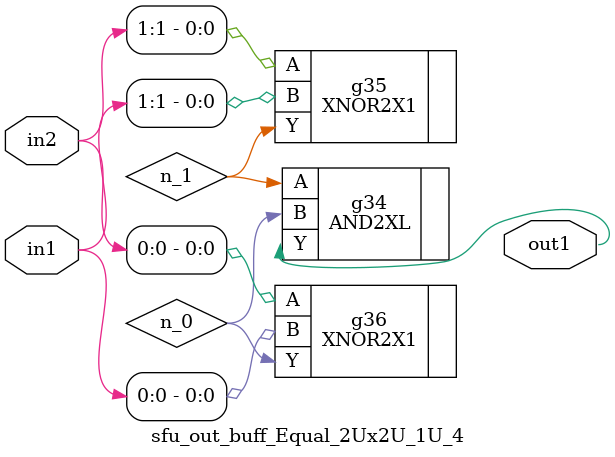
<source format=v>
`timescale 1ps / 1ps


module sfu_out_buff_Equal_2Ux2U_1U_4(in2, in1, out1);
  input [1:0] in2, in1;
  output out1;
  wire [1:0] in2, in1;
  wire out1;
  wire n_0, n_1;
  AND2XL g34(.A (n_1), .B (n_0), .Y (out1));
  XNOR2X1 g35(.A (in2[1]), .B (in1[1]), .Y (n_1));
  XNOR2X1 g36(.A (in2[0]), .B (in1[0]), .Y (n_0));
endmodule



</source>
